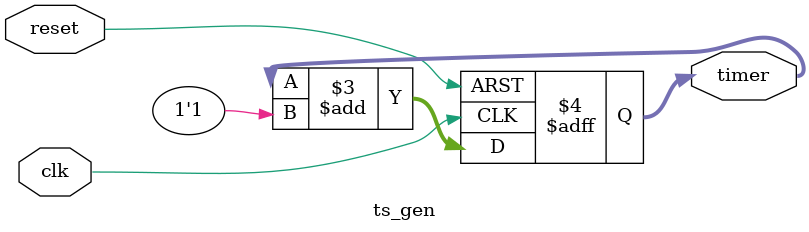
<source format=v>

module ts_gen(
   clk,
   reset,
   
   timer
  );
   input clk;
   input reset;
   
   output [31:0]timer;
   reg [31:0]timer;
always@(posedge clk or negedge reset)
   if(!reset)
     begin
       timer<=32'b0;
     end
   else
     begin
       timer<=timer+1'b1;
     end
endmodule

</source>
